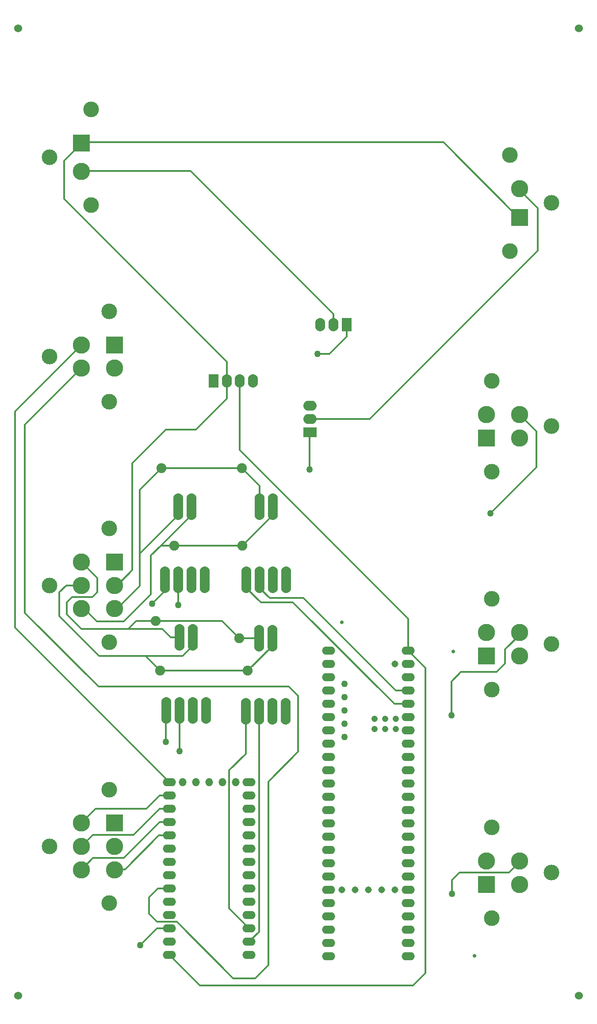
<source format=gbr>
%TF.GenerationSoftware,Altium Limited,Altium Designer,25.1.2 (22)*%
G04 Layer_Physical_Order=4*
G04 Layer_Color=16711680*
%FSLAX45Y45*%
%MOMM*%
%TF.SameCoordinates,D79B5AB3-224C-49F1-A2DF-0649ED42BF64*%
%TF.FilePolarity,Positive*%
%TF.FileFunction,Copper,L4,Bot,Signal*%
%TF.Part,Single*%
G01*
G75*
%TA.AperFunction,Conductor*%
%ADD11C,0.30480*%
%TA.AperFunction,ViaPad*%
%ADD12C,1.52400*%
%TA.AperFunction,ComponentPad*%
%ADD17C,2.99000*%
%ADD20O,1.53000X1.52999*%
%ADD22C,1.30800*%
%ADD23C,1.25800*%
%ADD24C,1.20800*%
%TA.AperFunction,ViaPad*%
%ADD26C,1.27000*%
%ADD29C,0.71120*%
%ADD30C,1.90500*%
%TA.AperFunction,ComponentPad*%
%ADD31R,1.90500X2.54000*%
%ADD32O,1.90500X2.54000*%
%ADD33R,1.90500X2.54000*%
%ADD34O,1.90500X2.54000*%
%ADD35C,3.30200*%
%ADD36R,3.30200X3.30200*%
%ADD37O,2.54000X1.52999*%
%ADD38O,2.54000X1.52400*%
%ADD39O,1.90500X5.08000*%
%ADD40R,2.54000X1.90500*%
%ADD41O,2.54000X1.90500*%
D11*
X7213600Y4330700D02*
X7594600Y3949700D01*
X7213600Y4330700D02*
Y6972300D01*
X7531100Y7289800D01*
Y8102600D01*
X4603000Y5740400D02*
X5384800D01*
X4381900Y5519300D02*
X4603000Y5740400D01*
X5025465Y5082865D02*
X5222565D01*
X5867400Y5727700D02*
X6070600D01*
X5222565Y5082865D02*
X5867400Y5727700D01*
X5194300Y5295900D02*
X5880100Y5981700D01*
X4603500Y5295900D02*
X5194300D01*
X5880100Y5981700D02*
X6070600D01*
X5016900Y5074300D02*
X5025465Y5082865D01*
X4655220Y6237620D02*
X5628020D01*
X5880100Y6489700D02*
X6070600D01*
X5628020Y6237620D02*
X5880100Y6489700D01*
Y6235700D02*
X6070600D01*
X5867400Y6223000D02*
X5880100Y6235700D01*
X5867400Y6222850D02*
Y6223000D01*
X5384875Y5740325D02*
X5867400Y6222850D01*
X5384800Y5740400D02*
X5384875Y5740325D01*
X3302000Y13582001D02*
X4381900Y14661900D01*
X5499100Y11118850D02*
Y12331281D01*
X5918200Y12750381D01*
X7454900D01*
X7797800Y12407481D01*
Y12014200D02*
Y12407481D01*
X5902325Y11268075D02*
X5905500Y11264900D01*
X6159500D01*
X5902325Y11268075D02*
X6489700Y11855450D01*
X6159500Y11264900D02*
X7461250D01*
X7073900Y9829800D02*
X7404100Y9499600D01*
X5803900Y9829800D02*
X7073900D01*
X5435600D02*
X5803900D01*
X6261100Y7340600D02*
Y8115300D01*
X6002775Y8110975D02*
X6007100Y8115300D01*
X6002775Y7522725D02*
Y8110975D01*
X5998449Y7518400D02*
X6002775Y7522725D01*
X5981700Y10401300D02*
Y10617200D01*
X5740400Y10160000D02*
X5981700Y10401300D01*
X6235700Y10134600D02*
Y10617200D01*
X3302000Y9982200D02*
Y13582001D01*
X3111500Y9702800D02*
Y13836501D01*
X4381900Y15106900D01*
X3111500Y9702800D02*
X6070600Y6743700D01*
X3302000Y9982200D02*
X4711700Y8572500D01*
X6654800Y2857500D02*
X10731500D01*
X10972800Y3098800D02*
Y8928100D01*
X10731500Y2857500D02*
X10972800Y3098800D01*
X6070600Y3441700D02*
X6654800Y2857500D01*
X10642600Y9258300D02*
X10972800Y8928100D01*
X6070600Y6235700D02*
X6096000D01*
X5829300Y4076700D02*
X6210300D01*
X5676750Y4229250D02*
Y4543774D01*
Y4229250D02*
X5829300Y4076700D01*
X6210300D02*
X7289800Y2997200D01*
X5676750Y4543774D02*
X5844676Y4711700D01*
X6070600D01*
X7289800Y2997200D02*
X7708900D01*
X5511800Y3632200D02*
X5829300Y3949700D01*
X7708900Y2997200D02*
X7962900Y3251200D01*
X5359400Y12847636D02*
X5999164Y13487399D01*
X6578600D01*
X7166800Y14075600D01*
Y14414500D01*
X4051300Y17894299D02*
Y18625101D01*
X7416800Y13093700D02*
X10642600Y9867900D01*
Y9258300D02*
Y9867900D01*
X7416800Y13093700D02*
Y14414500D01*
X11468100Y8026400D02*
Y8670200D01*
X11649800Y8851900D01*
X11480800Y4876800D02*
X11620500Y5016500D01*
X11480800Y4610100D02*
Y4876800D01*
X5829300Y3949700D02*
X6070600D01*
X7962900Y3251200D02*
Y6756400D01*
X8534400Y7327900D01*
Y8394700D01*
X8356600Y8572500D02*
X8534400Y8394700D01*
X4711700Y8572500D02*
X8356600D01*
X4096900Y10510400D02*
X4381900D01*
X3962400Y10375900D02*
X4096900Y10510400D01*
X3962400Y9918700D02*
Y10375900D01*
X4102100Y9956800D02*
X4381500Y9677400D01*
X4102100Y10185400D02*
X4203700Y10287000D01*
X4102100Y9956800D02*
Y10185400D01*
X4203700Y10287000D02*
X4597400D01*
X4686300Y10375900D01*
Y10651000D01*
X4381900Y10955400D02*
X4686300Y10651000D01*
X12217400Y11887200D02*
X13093700Y12763500D01*
Y13455499D01*
X4407400Y18435201D02*
X6469500D01*
X9207500Y15494000D02*
Y15697200D01*
X6469500Y18435201D02*
X9207500Y15697200D01*
X9131300Y14935201D02*
X9461500Y15265401D01*
X8902700Y14935201D02*
X9131300D01*
X9461500Y15265401D02*
Y15494000D01*
X7166800Y14778799D02*
Y14778801D01*
X7166800Y14414500D02*
Y14778799D01*
X4051300Y17894299D02*
X7166800Y14778801D01*
Y14778799D02*
X7166800Y14778799D01*
X4381900Y5074300D02*
X4603500Y5295900D01*
X12566000Y5016500D02*
X12788500Y5239000D01*
X11620500Y5016500D02*
X12566000D01*
X5715000Y10337800D02*
Y11080750D01*
X4681000Y9817100D02*
X5194300D01*
X5715000Y10337800D01*
X4381500Y9677400D02*
X5283200D01*
X3962400Y9918700D02*
X4724400Y9156700D01*
X4051300Y18625101D02*
X4407400Y18981200D01*
X12750400Y18091100D02*
X13119099Y17722400D01*
Y16903700D02*
Y17722400D01*
X9906000Y13690601D02*
X13119099Y16903700D01*
X5499100Y11118850D02*
X6235700Y11855450D01*
X11314300Y18981200D02*
X12750400Y17545100D01*
X4407400Y18981200D02*
X11314300D01*
X5359400Y10802100D02*
Y12847636D01*
X12775800Y13773399D02*
X13093700Y13455499D01*
X11649800Y8851900D02*
X12331700D01*
X12496800Y9017000D01*
Y9284200D01*
X12814301Y9601700D01*
X8750300Y13429601D02*
X8757300Y13436600D01*
X8750300Y12725400D02*
Y13429601D01*
X10401300Y8496300D02*
X10642600D01*
X7989570Y10266680D02*
X8630920D01*
X10401300Y8496300D01*
X7816850Y10185400D02*
X8432800D01*
X10375900Y8242300D01*
X10642600D01*
X5892800Y8877300D02*
X7569200D01*
X5613400Y9156700D02*
X5892800Y8877300D01*
X7569200D02*
X8039100Y9347200D01*
X4724400Y9156700D02*
X5613400D01*
X7543800Y10458450D02*
X7816850Y10185400D01*
X7797800Y10458450D02*
X7989570Y10266680D01*
X5613400Y9156700D02*
X6318250D01*
X6515100Y9353550D02*
Y9512300D01*
X6318250Y9156700D02*
X6515100Y9353550D01*
X5283200Y9677400D02*
X5435600Y9829800D01*
X5283200Y9677400D02*
X5930900D01*
X5715000Y11080750D02*
X5902325Y11268075D01*
X7461250Y11264900D02*
X8051800Y11855450D01*
X5067700Y10510400D02*
X5359400Y10802100D01*
X5499100Y10496800D02*
Y11118850D01*
X8757300Y13690601D02*
X9906000D01*
X4381900Y5964300D02*
X4655220Y6237620D01*
X5067700Y10065400D02*
X5499100Y10496800D01*
X4432700Y10065400D02*
X4681000Y9817100D01*
X5930900Y9677400D02*
X6096000Y9512300D01*
X6489700Y11855450D02*
Y12014200D01*
X7797800Y10458450D02*
Y10617200D01*
X7543800Y10458450D02*
Y10617200D01*
X8051800Y11855450D02*
Y12014200D01*
X7785100Y3886200D02*
Y8102600D01*
X7594600Y3695700D02*
X7785100Y3886200D01*
X7404100Y9499600D02*
X7785100D01*
X6096000Y9512300D02*
X6261100D01*
X8039100Y9347200D02*
Y9499600D01*
D12*
X3175000Y2667000D02*
D03*
X13906500D02*
D03*
Y21158200D02*
D03*
X3175000D02*
D03*
D17*
X13385800Y5016500D02*
D03*
X12242800Y4151500D02*
D03*
Y5881500D02*
D03*
X13385800Y9385300D02*
D03*
X12242800Y8520300D02*
D03*
Y10250300D02*
D03*
X13385800Y13550900D02*
D03*
X12242800Y12685900D02*
D03*
Y14415900D02*
D03*
X3771900Y10510400D02*
D03*
X4914900Y11597400D02*
D03*
Y9423400D02*
D03*
X3771900Y18694400D02*
D03*
X4571900Y19609900D02*
D03*
Y17778900D02*
D03*
X13385800Y17818100D02*
D03*
X12585800Y16902600D02*
D03*
Y18733600D02*
D03*
X3771900Y14884399D02*
D03*
X4914900Y15749400D02*
D03*
Y14019400D02*
D03*
Y4432300D02*
D03*
Y6606300D02*
D03*
X3771900Y5519300D02*
D03*
D20*
X7340600Y6743700D02*
D03*
X7086600D02*
D03*
X6832600D02*
D03*
X6578600D02*
D03*
X6324600D02*
D03*
D22*
X10134600Y4686300D02*
D03*
X10388600Y9004300D02*
D03*
Y4686300D02*
D03*
X9880600D02*
D03*
X9626600D02*
D03*
X9372600D02*
D03*
D23*
X9423600Y7607300D02*
D03*
Y7861300D02*
D03*
Y8115300D02*
D03*
Y8369300D02*
D03*
Y8623300D02*
D03*
D24*
X9997600Y7961300D02*
D03*
X10197600D02*
D03*
X9997600Y7761300D02*
D03*
X10197600D02*
D03*
X10397600Y7961300D02*
D03*
Y7761300D02*
D03*
D26*
X6261100Y7340600D02*
D03*
X5998449Y7518400D02*
D03*
X6235700Y10134600D02*
D03*
X5740400Y10160000D02*
D03*
X5511800Y3632200D02*
D03*
X11468100Y8026400D02*
D03*
X11480800Y4610100D02*
D03*
X12217400Y11887200D02*
D03*
X8750300Y12725400D02*
D03*
X8902700Y14935201D02*
D03*
D29*
X11506200Y9245600D02*
D03*
X11912600Y3429000D02*
D03*
X9372600Y9804400D02*
D03*
D30*
X5803900Y9829800D02*
D03*
X7404100Y9499600D02*
D03*
X7569200Y8877300D02*
D03*
X5892800D02*
D03*
X7461250Y11264900D02*
D03*
X6159500D02*
D03*
X7454900Y12750800D02*
D03*
X5918200D02*
D03*
D31*
X6916800Y14414500D02*
D03*
D32*
X7166800D02*
D03*
X7416800D02*
D03*
X7666800D02*
D03*
D33*
X9461500Y15494000D02*
D03*
D34*
X9207500D02*
D03*
X8953500D02*
D03*
D35*
X12775800Y4794000D02*
D03*
Y5239000D02*
D03*
X12140800D02*
D03*
X12775800Y9162800D02*
D03*
Y9607800D02*
D03*
X12140800D02*
D03*
X12775800Y13328400D02*
D03*
Y13773399D02*
D03*
X12140800D02*
D03*
X4381900Y10955400D02*
D03*
Y10065400D02*
D03*
X5016900Y10510400D02*
D03*
Y10065400D02*
D03*
X4381900Y10510400D02*
D03*
Y18421400D02*
D03*
X12775800Y18091100D02*
D03*
X4381900Y15106900D02*
D03*
Y14661900D02*
D03*
X5016900D02*
D03*
X4381900Y5519300D02*
D03*
X5016900Y5074300D02*
D03*
Y5519300D02*
D03*
X4381900Y5074300D02*
D03*
Y5964300D02*
D03*
D36*
X12140800Y4794000D02*
D03*
Y9162800D02*
D03*
Y13328400D02*
D03*
X5016900Y10955400D02*
D03*
X4381900Y18967400D02*
D03*
X12775800Y17545100D02*
D03*
X5016900Y15106900D02*
D03*
Y5964300D02*
D03*
D37*
X7594600Y6743700D02*
D03*
Y6489700D02*
D03*
Y6235700D02*
D03*
Y5981700D02*
D03*
Y5727700D02*
D03*
Y5473700D02*
D03*
Y5219700D02*
D03*
Y4965700D02*
D03*
Y4711700D02*
D03*
Y4457700D02*
D03*
Y4203700D02*
D03*
Y3949700D02*
D03*
Y3695700D02*
D03*
Y3441700D02*
D03*
X6070600Y6743700D02*
D03*
Y6489700D02*
D03*
Y6235700D02*
D03*
Y5981700D02*
D03*
Y5727700D02*
D03*
Y4711700D02*
D03*
Y3949700D02*
D03*
Y3695700D02*
D03*
Y3441700D02*
D03*
D38*
Y5473700D02*
D03*
Y5219700D02*
D03*
Y4965700D02*
D03*
Y4457700D02*
D03*
Y4203700D02*
D03*
X10642600Y5448300D02*
D03*
Y5194300D02*
D03*
Y4940300D02*
D03*
Y4686300D02*
D03*
Y4432300D02*
D03*
Y4178300D02*
D03*
Y3924300D02*
D03*
Y3670300D02*
D03*
Y3416300D02*
D03*
X9118600D02*
D03*
Y3670300D02*
D03*
Y3924300D02*
D03*
Y4178300D02*
D03*
Y4432300D02*
D03*
Y4686300D02*
D03*
Y4940300D02*
D03*
Y5194300D02*
D03*
Y5448300D02*
D03*
X10642600Y9258300D02*
D03*
Y9004300D02*
D03*
Y8750300D02*
D03*
Y8496300D02*
D03*
Y8242300D02*
D03*
Y7988300D02*
D03*
Y7734300D02*
D03*
Y7480300D02*
D03*
Y7226300D02*
D03*
Y6972300D02*
D03*
Y6718300D02*
D03*
Y6464300D02*
D03*
Y6210300D02*
D03*
Y5956300D02*
D03*
X9118600Y5702300D02*
D03*
Y5956300D02*
D03*
Y6210300D02*
D03*
Y6464300D02*
D03*
Y6718300D02*
D03*
Y6972300D02*
D03*
Y7226300D02*
D03*
Y7480300D02*
D03*
Y7734300D02*
D03*
Y7988300D02*
D03*
Y8242300D02*
D03*
Y8496300D02*
D03*
Y8750300D02*
D03*
X10642600Y5702300D02*
D03*
X9118600Y9004300D02*
D03*
Y9258300D02*
D03*
D39*
X8305800Y10617200D02*
D03*
X8051800D02*
D03*
X7797800D02*
D03*
X7543800D02*
D03*
X7797800Y12014200D02*
D03*
X8051800D02*
D03*
X6743700Y10617200D02*
D03*
X6489700D02*
D03*
X6235700D02*
D03*
X5981700D02*
D03*
X6235700Y12014200D02*
D03*
X6489700D02*
D03*
X6769100Y8115300D02*
D03*
X6515100D02*
D03*
X6261100D02*
D03*
X6007100D02*
D03*
X6261100Y9512300D02*
D03*
X6515100D02*
D03*
X8293100Y8102600D02*
D03*
X8039100D02*
D03*
X7785100D02*
D03*
X7531100D02*
D03*
X7785100Y9499600D02*
D03*
X8039100D02*
D03*
D40*
X8757300Y13436600D02*
D03*
D41*
Y13690601D02*
D03*
Y13944600D02*
D03*
%TF.MD5,3cff324cb0c8ca19fa866565c07146d1*%
M02*

</source>
